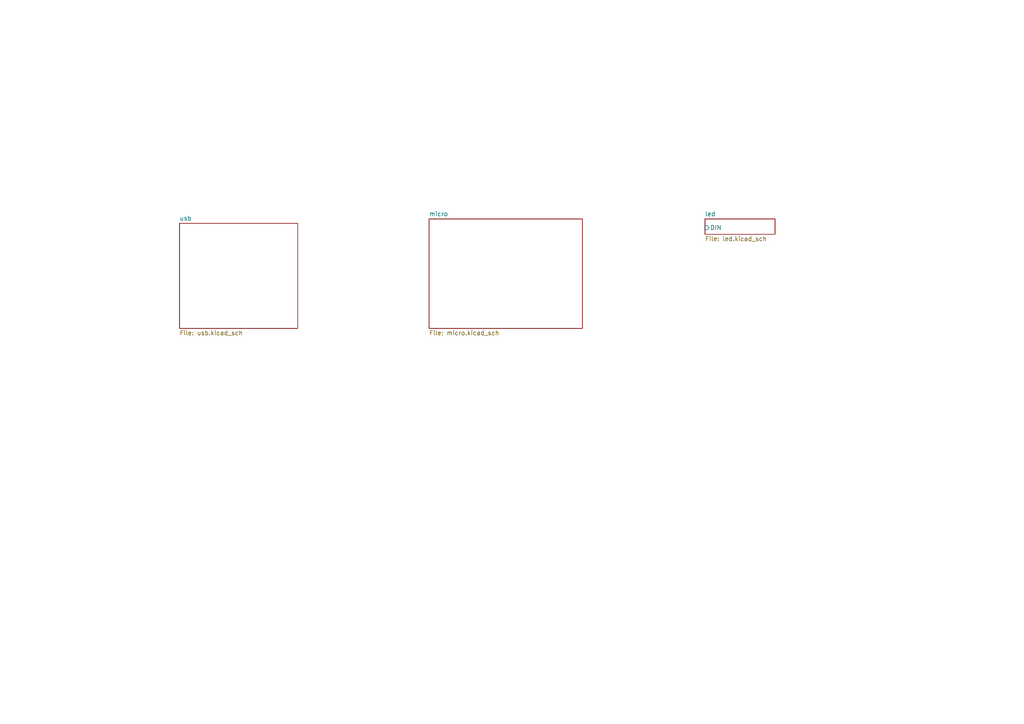
<source format=kicad_sch>
(kicad_sch
	(version 20231120)
	(generator "eeschema")
	(generator_version "8.0")
	(uuid "7f3f26e1-61db-49d8-a68c-f315156bfd80")
	(paper "A4")
	(lib_symbols)
	(sheet
		(at 52.07 64.77)
		(size 34.29 30.48)
		(fields_autoplaced yes)
		(stroke
			(width 0.1524)
			(type solid)
		)
		(fill
			(color 0 0 0 0.0000)
		)
		(uuid "44218ed6-259b-44ea-a816-d68b92b94e5f")
		(property "Sheetname" "usb"
			(at 52.07 64.0584 0)
			(effects
				(font
					(size 1.27 1.27)
				)
				(justify left bottom)
			)
		)
		(property "Sheetfile" "usb.kicad_sch"
			(at 52.07 95.8346 0)
			(effects
				(font
					(size 1.27 1.27)
				)
				(justify left top)
			)
		)
		(instances
			(project "bizcard"
				(path "/7f3f26e1-61db-49d8-a68c-f315156bfd80"
					(page "3")
				)
			)
		)
	)
	(sheet
		(at 204.47 63.5)
		(size 20.32 4.445)
		(fields_autoplaced yes)
		(stroke
			(width 0.1524)
			(type solid)
		)
		(fill
			(color 0 0 0 0.0000)
		)
		(uuid "5d8cbbad-9a8a-47b9-976a-c32e026d92ff")
		(property "Sheetname" "led"
			(at 204.47 62.7884 0)
			(effects
				(font
					(size 1.27 1.27)
				)
				(justify left bottom)
			)
		)
		(property "Sheetfile" "led.kicad_sch"
			(at 204.47 68.5296 0)
			(effects
				(font
					(size 1.27 1.27)
				)
				(justify left top)
			)
		)
		(pin "DIN" input
			(at 204.47 66.04 180)
			(effects
				(font
					(size 1.27 1.27)
				)
				(justify left)
			)
			(uuid "ed9d2418-13de-4ae0-8140-934b0dc22f44")
		)
		(instances
			(project "bizcard"
				(path "/7f3f26e1-61db-49d8-a68c-f315156bfd80"
					(page "4")
				)
			)
		)
	)
	(sheet
		(at 124.46 63.5)
		(size 44.45 31.75)
		(fields_autoplaced yes)
		(stroke
			(width 0.1524)
			(type solid)
		)
		(fill
			(color 0 0 0 0.0000)
		)
		(uuid "81149349-e467-4e1f-9116-ec8c433504f1")
		(property "Sheetname" "micro"
			(at 124.46 62.7884 0)
			(effects
				(font
					(size 1.27 1.27)
				)
				(justify left bottom)
			)
		)
		(property "Sheetfile" "micro.kicad_sch"
			(at 124.46 95.8346 0)
			(effects
				(font
					(size 1.27 1.27)
				)
				(justify left top)
			)
		)
		(instances
			(project "bizcard"
				(path "/7f3f26e1-61db-49d8-a68c-f315156bfd80"
					(page "2")
				)
			)
		)
	)
	(sheet_instances
		(path "/"
			(page "1")
		)
	)
)

</source>
